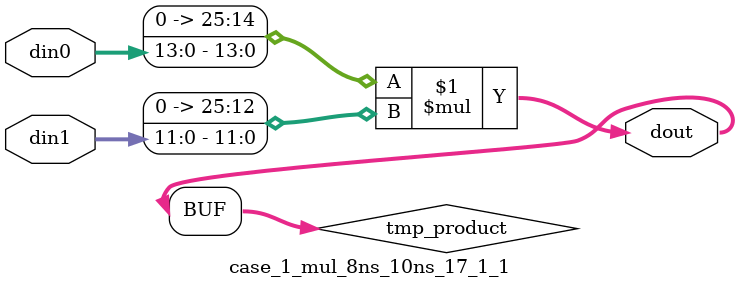
<source format=v>

`timescale 1 ns / 1 ps

 (* use_dsp = "no" *)  module case_1_mul_8ns_10ns_17_1_1(din0, din1, dout);
parameter ID = 1;
parameter NUM_STAGE = 0;
parameter din0_WIDTH = 14;
parameter din1_WIDTH = 12;
parameter dout_WIDTH = 26;

input [din0_WIDTH - 1 : 0] din0; 
input [din1_WIDTH - 1 : 0] din1; 
output [dout_WIDTH - 1 : 0] dout;

wire signed [dout_WIDTH - 1 : 0] tmp_product;
























assign tmp_product = $signed({1'b0, din0}) * $signed({1'b0, din1});











assign dout = tmp_product;





















endmodule

</source>
